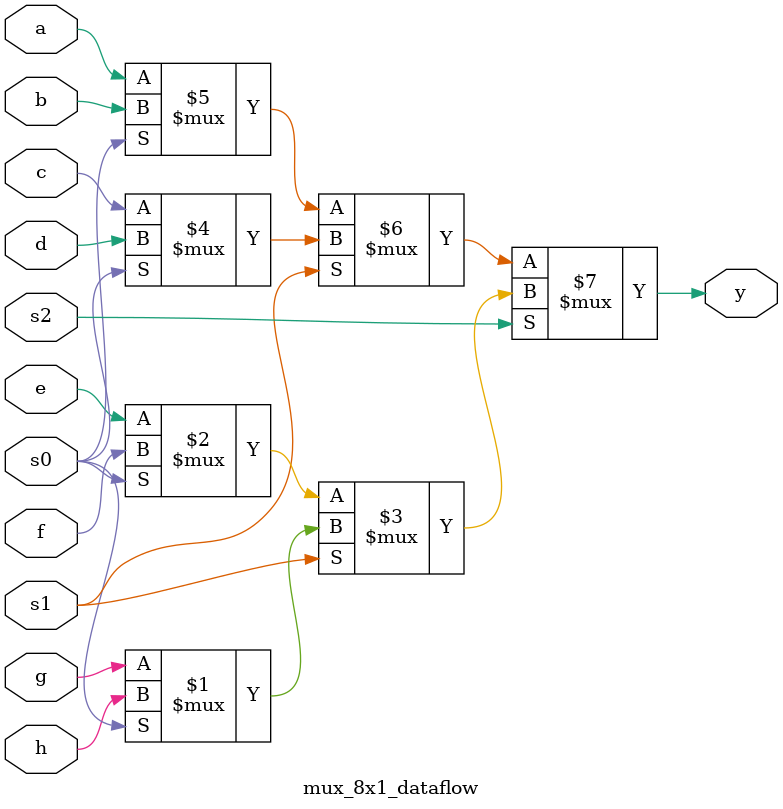
<source format=v>
`timescale 10ns/10ps
module mux_8x1_dataflow (a,b,c,d,e,f,g,h,s0,s1,s2,y);  

input a,b,c,d,e,f,g,h,s0,s1,s2;
output y; 

assign y = s2 ? (s1 ? (s0 ? h : g) : (s0 ? f : e)):(s1 ? (s0 ? d : c) : (s0 ? b : a)); 

endmodule
</source>
